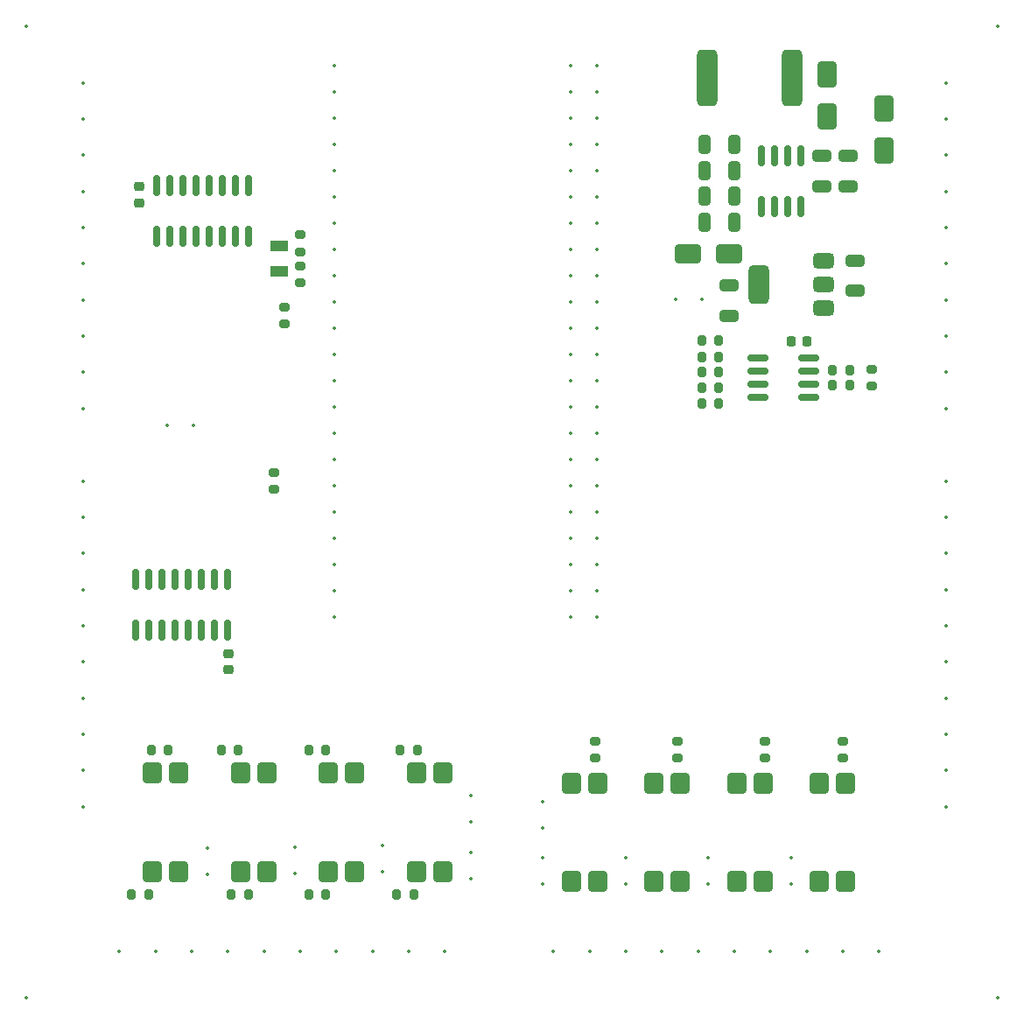
<source format=gbr>
%TF.GenerationSoftware,KiCad,Pcbnew,9.0.3*%
%TF.CreationDate,2025-08-04T14:39:42+02:00*%
%TF.ProjectId,esp-motioncontroller,6573702d-6d6f-4746-996f-6e636f6e7472,1.0.0*%
%TF.SameCoordinates,Original*%
%TF.FileFunction,Paste,Top*%
%TF.FilePolarity,Positive*%
%FSLAX46Y46*%
G04 Gerber Fmt 4.6, Leading zero omitted, Abs format (unit mm)*
G04 Created by KiCad (PCBNEW 9.0.3) date 2025-08-04 14:39:42*
%MOMM*%
%LPD*%
G01*
G04 APERTURE LIST*
G04 Aperture macros list*
%AMRoundRect*
0 Rectangle with rounded corners*
0 $1 Rounding radius*
0 $2 $3 $4 $5 $6 $7 $8 $9 X,Y pos of 4 corners*
0 Add a 4 corners polygon primitive as box body*
4,1,4,$2,$3,$4,$5,$6,$7,$8,$9,$2,$3,0*
0 Add four circle primitives for the rounded corners*
1,1,$1+$1,$2,$3*
1,1,$1+$1,$4,$5*
1,1,$1+$1,$6,$7*
1,1,$1+$1,$8,$9*
0 Add four rect primitives between the rounded corners*
20,1,$1+$1,$2,$3,$4,$5,0*
20,1,$1+$1,$4,$5,$6,$7,0*
20,1,$1+$1,$6,$7,$8,$9,0*
20,1,$1+$1,$8,$9,$2,$3,0*%
G04 Aperture macros list end*
%ADD10RoundRect,0.225000X0.225000X0.250000X-0.225000X0.250000X-0.225000X-0.250000X0.225000X-0.250000X0*%
%ADD11RoundRect,0.150000X-0.150000X0.825000X-0.150000X-0.825000X0.150000X-0.825000X0.150000X0.825000X0*%
%ADD12RoundRect,0.250000X-0.325000X-0.650000X0.325000X-0.650000X0.325000X0.650000X-0.325000X0.650000X0*%
%ADD13RoundRect,0.200000X0.200000X0.275000X-0.200000X0.275000X-0.200000X-0.275000X0.200000X-0.275000X0*%
%ADD14RoundRect,0.200000X0.275000X-0.200000X0.275000X0.200000X-0.275000X0.200000X-0.275000X-0.200000X0*%
%ADD15RoundRect,0.250000X-0.650000X0.325000X-0.650000X-0.325000X0.650000X-0.325000X0.650000X0.325000X0*%
%ADD16RoundRect,0.200000X-0.275000X0.200000X-0.275000X-0.200000X0.275000X-0.200000X0.275000X0.200000X0*%
%ADD17RoundRect,0.225000X-0.250000X0.225000X-0.250000X-0.225000X0.250000X-0.225000X0.250000X0.225000X0*%
%ADD18RoundRect,0.250000X-0.650000X1.000000X-0.650000X-1.000000X0.650000X-1.000000X0.650000X1.000000X0*%
%ADD19RoundRect,0.150000X-0.825000X-0.150000X0.825000X-0.150000X0.825000X0.150000X-0.825000X0.150000X0*%
%ADD20RoundRect,0.200000X-0.200000X-0.275000X0.200000X-0.275000X0.200000X0.275000X-0.200000X0.275000X0*%
%ADD21R,1.800000X1.000000*%
%ADD22RoundRect,0.250000X0.650000X-1.000000X0.650000X1.000000X-0.650000X1.000000X-0.650000X-1.000000X0*%
%ADD23RoundRect,0.249999X-0.640001X0.750001X-0.640001X-0.750001X0.640001X-0.750001X0.640001X0.750001X0*%
%ADD24RoundRect,0.249999X0.640001X-0.750001X0.640001X0.750001X-0.640001X0.750001X-0.640001X-0.750001X0*%
%ADD25RoundRect,0.375000X0.625000X0.375000X-0.625000X0.375000X-0.625000X-0.375000X0.625000X-0.375000X0*%
%ADD26RoundRect,0.500000X0.500000X1.400000X-0.500000X1.400000X-0.500000X-1.400000X0.500000X-1.400000X0*%
%ADD27RoundRect,0.250000X1.000000X0.650000X-1.000000X0.650000X-1.000000X-0.650000X1.000000X-0.650000X0*%
%ADD28RoundRect,0.500000X0.500000X2.250000X-0.500000X2.250000X-0.500000X-2.250000X0.500000X-2.250000X0*%
%ADD29RoundRect,0.150000X0.150000X-0.825000X0.150000X0.825000X-0.150000X0.825000X-0.150000X-0.825000X0*%
%ADD30C,0.350000*%
G04 APERTURE END LIST*
D10*
%TO.C,C18*%
X129521388Y-77500000D03*
X127971388Y-77500000D03*
%TD*%
D11*
%TO.C,U3*%
X128905000Y-59525000D03*
X127635000Y-59525000D03*
X126365000Y-59525000D03*
X125095000Y-59525000D03*
X125095000Y-64475000D03*
X126365000Y-64475000D03*
X127635000Y-64475000D03*
X128905000Y-64475000D03*
%TD*%
D12*
%TO.C,C3*%
X119586444Y-58455138D03*
X122536444Y-58455138D03*
%TD*%
%TO.C,C12*%
X119586444Y-65955138D03*
X122536444Y-65955138D03*
%TD*%
D13*
%TO.C,R21*%
X91825000Y-117000000D03*
X90175000Y-117000000D03*
%TD*%
%TO.C,R16*%
X75500000Y-131000000D03*
X73850000Y-131000000D03*
%TD*%
%TO.C,R19*%
X67750000Y-117000000D03*
X66100000Y-117000000D03*
%TD*%
D14*
%TO.C,R23*%
X133000000Y-117825000D03*
X133000000Y-116175000D03*
%TD*%
D13*
%TO.C,R20*%
X83000000Y-117000000D03*
X81350000Y-117000000D03*
%TD*%
D15*
%TO.C,C5*%
X133500000Y-59525000D03*
X133500000Y-62475000D03*
%TD*%
D12*
%TO.C,C8*%
X119586444Y-63455138D03*
X122536444Y-63455138D03*
%TD*%
D16*
%TO.C,C4*%
X80500000Y-70175000D03*
X80500000Y-71825000D03*
%TD*%
D17*
%TO.C,C19*%
X64900000Y-62525000D03*
X64900000Y-64075000D03*
%TD*%
D14*
%TO.C,R13*%
X79000000Y-75825000D03*
X79000000Y-74175000D03*
%TD*%
D18*
%TO.C,D1*%
X131501087Y-51706794D03*
X131501087Y-55706794D03*
%TD*%
D16*
%TO.C,R12*%
X135800000Y-80175000D03*
X135800000Y-81825000D03*
%TD*%
D19*
%TO.C,U4*%
X124771388Y-79095000D03*
X124771388Y-80365000D03*
X124771388Y-81635000D03*
X124771388Y-82905000D03*
X129721388Y-82905000D03*
X129721388Y-81635000D03*
X129721388Y-80365000D03*
X129721388Y-79095000D03*
%TD*%
D15*
%TO.C,C2*%
X131000000Y-59525000D03*
X131000000Y-62475000D03*
%TD*%
D20*
%TO.C,R8*%
X119350000Y-80500000D03*
X121000000Y-80500000D03*
%TD*%
D21*
%TO.C,Y1*%
X78500000Y-70750000D03*
X78500000Y-68250000D03*
%TD*%
D14*
%TO.C,R1*%
X109000000Y-117825000D03*
X109000000Y-116175000D03*
%TD*%
D12*
%TO.C,C6*%
X119586444Y-60955138D03*
X122536444Y-60955138D03*
%TD*%
D16*
%TO.C,C1*%
X80500000Y-67175000D03*
X80500000Y-68825000D03*
%TD*%
D20*
%TO.C,R11*%
X132000000Y-80250997D03*
X133650000Y-80250997D03*
%TD*%
D13*
%TO.C,R17*%
X74500000Y-117000000D03*
X72850000Y-117000000D03*
%TD*%
D14*
%TO.C,R22*%
X125500000Y-117825000D03*
X125500000Y-116175000D03*
%TD*%
D22*
%TO.C,D3*%
X137000000Y-59000000D03*
X137000000Y-55000000D03*
%TD*%
D23*
%TO.C,U14*%
X133270000Y-120235000D03*
X130730000Y-120235000D03*
X130730000Y-129765000D03*
X133270000Y-129765000D03*
%TD*%
D15*
%TO.C,C21*%
X134216540Y-69674908D03*
X134216540Y-72624908D03*
%TD*%
D20*
%TO.C,R2*%
X119350000Y-83500000D03*
X121000000Y-83500000D03*
%TD*%
D24*
%TO.C,U8*%
X83230000Y-128765000D03*
X85770000Y-128765000D03*
X85770000Y-119235000D03*
X83230000Y-119235000D03*
%TD*%
D13*
%TO.C,R15*%
X121000000Y-79000000D03*
X119350000Y-79000000D03*
%TD*%
D20*
%TO.C,R9*%
X119350000Y-82000000D03*
X121000000Y-82000000D03*
%TD*%
D23*
%TO.C,U13*%
X125270000Y-120235000D03*
X122730000Y-120235000D03*
X122730000Y-129765000D03*
X125270000Y-129765000D03*
%TD*%
%TO.C,U11*%
X117270000Y-120235000D03*
X114730000Y-120235000D03*
X114730000Y-129765000D03*
X117270000Y-129765000D03*
%TD*%
D25*
%TO.C,U15*%
X131150000Y-74300000D03*
X131150000Y-72000000D03*
D26*
X124850000Y-72000000D03*
D25*
X131150000Y-69700000D03*
%TD*%
D13*
%TO.C,R5*%
X83000000Y-131000000D03*
X81350000Y-131000000D03*
%TD*%
D11*
%TO.C,U2*%
X73445000Y-100525000D03*
X72175000Y-100525000D03*
X70905000Y-100525000D03*
X69635000Y-100525000D03*
X68365000Y-100525000D03*
X67095000Y-100525000D03*
X65825000Y-100525000D03*
X64555000Y-100525000D03*
X64555000Y-105475000D03*
X65825000Y-105475000D03*
X67095000Y-105475000D03*
X68365000Y-105475000D03*
X69635000Y-105475000D03*
X70905000Y-105475000D03*
X72175000Y-105475000D03*
X73445000Y-105475000D03*
%TD*%
D24*
%TO.C,U6*%
X66230000Y-128765000D03*
X68770000Y-128765000D03*
X68770000Y-119235000D03*
X66230000Y-119235000D03*
%TD*%
D20*
%TO.C,R7*%
X119350000Y-77440000D03*
X121000000Y-77440000D03*
%TD*%
D23*
%TO.C,U9*%
X109270000Y-120235000D03*
X106730000Y-120235000D03*
X106730000Y-129765000D03*
X109270000Y-129765000D03*
%TD*%
D24*
%TO.C,U12*%
X91730000Y-128765000D03*
X94270000Y-128765000D03*
X94270000Y-119235000D03*
X91730000Y-119235000D03*
%TD*%
D13*
%TO.C,R6*%
X91500000Y-131000000D03*
X89850000Y-131000000D03*
%TD*%
D15*
%TO.C,C22*%
X122000000Y-72050000D03*
X122000000Y-75000000D03*
%TD*%
D27*
%TO.C,D2*%
X122000000Y-69000000D03*
X118000000Y-69000000D03*
%TD*%
D28*
%TO.C,L1*%
X128100000Y-52000000D03*
X119900000Y-52000000D03*
%TD*%
D20*
%TO.C,R10*%
X132000000Y-81750997D03*
X133650000Y-81750997D03*
%TD*%
D17*
%TO.C,C7*%
X73553790Y-107683971D03*
X73553790Y-109233971D03*
%TD*%
D16*
%TO.C,R4*%
X78000000Y-90175000D03*
X78000000Y-91825000D03*
%TD*%
D13*
%TO.C,R18*%
X65825000Y-131000000D03*
X64175000Y-131000000D03*
%TD*%
D14*
%TO.C,R3*%
X117000000Y-117825000D03*
X117000000Y-116175000D03*
%TD*%
D24*
%TO.C,U7*%
X74730000Y-128765000D03*
X77270000Y-128765000D03*
X77270000Y-119235000D03*
X74730000Y-119235000D03*
%TD*%
D29*
%TO.C,U5*%
X66655000Y-67375000D03*
X67925000Y-67375000D03*
X69195000Y-67375000D03*
X70465000Y-67375000D03*
X71735000Y-67375000D03*
X73005000Y-67375000D03*
X74275000Y-67375000D03*
X75545000Y-67375000D03*
X75545000Y-62425000D03*
X74275000Y-62425000D03*
X73005000Y-62425000D03*
X71735000Y-62425000D03*
X70465000Y-62425000D03*
X69195000Y-62425000D03*
X67925000Y-62425000D03*
X66655000Y-62425000D03*
%TD*%
D30*
X148000000Y-141000000D03*
X112000000Y-127460000D03*
X112000000Y-130000000D03*
X59500000Y-91000000D03*
X59500000Y-94500000D03*
X59500000Y-98000000D03*
X59500000Y-101500000D03*
X59500000Y-105000000D03*
X59500000Y-108500000D03*
X59500000Y-112000000D03*
X59500000Y-115500000D03*
X59500000Y-119000000D03*
X59500000Y-122500000D03*
X119340000Y-73400000D03*
X116800000Y-73400000D03*
X97000000Y-126950000D03*
X97000000Y-129490000D03*
X83820000Y-50800000D03*
X83820000Y-53340000D03*
X83820000Y-55880000D03*
X83820000Y-58420000D03*
X83820000Y-60960000D03*
X83820000Y-63500000D03*
X83820000Y-66040000D03*
X83820000Y-68580000D03*
X83820000Y-71120000D03*
X83820000Y-73660000D03*
X83820000Y-76200000D03*
X83820000Y-78740000D03*
X83820000Y-81280000D03*
X83820000Y-83820000D03*
X83820000Y-86360000D03*
X83820000Y-88900000D03*
X83820000Y-91440000D03*
X83820000Y-93980000D03*
X83820000Y-96520000D03*
X83816320Y-99057280D03*
X83816320Y-101597280D03*
X83816320Y-104137280D03*
X106680000Y-104140000D03*
X109220000Y-104140000D03*
X106680000Y-101600000D03*
X109220000Y-101600000D03*
X106680000Y-99060000D03*
X109220000Y-99060000D03*
X106680000Y-96520000D03*
X109220000Y-96520000D03*
X106680000Y-93980000D03*
X109220000Y-93980000D03*
X106680000Y-91440000D03*
X109220000Y-91440000D03*
X106680000Y-88900000D03*
X109220000Y-88900000D03*
X106680000Y-86360000D03*
X109220000Y-86360000D03*
X106680000Y-83820000D03*
X109220000Y-83820000D03*
X106680000Y-81280000D03*
X109220000Y-81280000D03*
X106680000Y-78740000D03*
X109220000Y-78740000D03*
X106680000Y-76200000D03*
X109220000Y-76200000D03*
X106680000Y-73660000D03*
X109220000Y-73660000D03*
X106680000Y-71120000D03*
X109220000Y-71120000D03*
X106680000Y-68580000D03*
X109220000Y-68580000D03*
X106680000Y-66040000D03*
X109220000Y-66040000D03*
X106680000Y-63500000D03*
X109220000Y-63500000D03*
X106680000Y-60960000D03*
X109220000Y-60960000D03*
X106680000Y-58420000D03*
X109220000Y-58420000D03*
X106680000Y-55880000D03*
X109220000Y-55880000D03*
X106680000Y-53340000D03*
X109220000Y-53340000D03*
X106680000Y-50800000D03*
X109220000Y-50800000D03*
X59500000Y-52500000D03*
X59500000Y-56000000D03*
X59500000Y-59500000D03*
X59500000Y-63000000D03*
X59500000Y-66500000D03*
X59500000Y-70000000D03*
X59500000Y-73500000D03*
X59500000Y-77000000D03*
X59500000Y-80500000D03*
X59500000Y-84000000D03*
X88500000Y-126250000D03*
X88500000Y-128790000D03*
X54000000Y-141000000D03*
X54000000Y-47000000D03*
X70200000Y-85600000D03*
X67660000Y-85600000D03*
X143000000Y-122500000D03*
X143000000Y-119000000D03*
X143000000Y-115500000D03*
X143000000Y-112000000D03*
X143000000Y-108500000D03*
X143000000Y-105000000D03*
X143000000Y-101500000D03*
X143000000Y-98000000D03*
X143000000Y-94500000D03*
X143000000Y-91000000D03*
X104000000Y-122000000D03*
X104000000Y-124540000D03*
X120000000Y-127460000D03*
X120000000Y-130000000D03*
X128000000Y-127460000D03*
X128000000Y-130000000D03*
X148000000Y-47000000D03*
X97000000Y-121460000D03*
X97000000Y-124000000D03*
X63000000Y-136500000D03*
X66500000Y-136500000D03*
X70000000Y-136500000D03*
X73500000Y-136500000D03*
X77000000Y-136500000D03*
X80500000Y-136500000D03*
X84000000Y-136500000D03*
X87500000Y-136500000D03*
X91000000Y-136500000D03*
X94500000Y-136500000D03*
X71500000Y-126500000D03*
X71500000Y-129040000D03*
X105000000Y-136500000D03*
X108500000Y-136500000D03*
X112000000Y-136500000D03*
X115500000Y-136500000D03*
X119000000Y-136500000D03*
X122500000Y-136500000D03*
X126000000Y-136500000D03*
X129500000Y-136500000D03*
X133000000Y-136500000D03*
X136500000Y-136500000D03*
X143000000Y-84000000D03*
X143000000Y-80500000D03*
X143000000Y-77000000D03*
X143000000Y-73500000D03*
X143000000Y-70000000D03*
X143000000Y-66500000D03*
X143000000Y-63000000D03*
X143000000Y-59500000D03*
X143000000Y-56000000D03*
X143000000Y-52500000D03*
X80000000Y-126460000D03*
X80000000Y-129000000D03*
X104000000Y-127460000D03*
X104000000Y-130000000D03*
M02*

</source>
